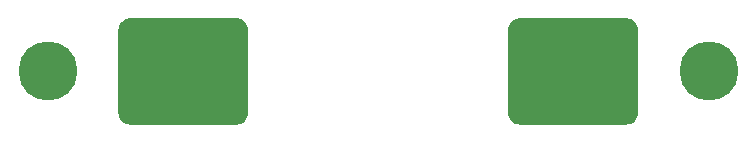
<source format=gbr>
%TF.GenerationSoftware,KiCad,Pcbnew,7.0.10-7.0.10~ubuntu22.04.1*%
%TF.CreationDate,2024-04-19T08:37:49-04:00*%
%TF.ProjectId,bosch_pcb,626f7363-685f-4706-9362-2e6b69636164,rev?*%
%TF.SameCoordinates,Original*%
%TF.FileFunction,Copper,L1,Top*%
%TF.FilePolarity,Positive*%
%FSLAX46Y46*%
G04 Gerber Fmt 4.6, Leading zero omitted, Abs format (unit mm)*
G04 Created by KiCad (PCBNEW 7.0.10-7.0.10~ubuntu22.04.1) date 2024-04-19 08:37:49*
%MOMM*%
%LPD*%
G01*
G04 APERTURE LIST*
%TA.AperFunction,ViaPad*%
%ADD10C,5.000000*%
%TD*%
%TA.AperFunction,ViaPad*%
%ADD11C,2.540000*%
%TD*%
G04 APERTURE END LIST*
D10*
%TO.N,*%
X160000000Y-85000000D03*
X104000000Y-85000000D03*
D11*
%TO.N,BAT1*%
X111900000Y-87540000D03*
X111900000Y-82460000D03*
%TO.N,BAT2*%
X152100000Y-87540000D03*
X152100000Y-82460000D03*
%TD*%
%TA.AperFunction,Conductor*%
%TO.N,BAT2*%
G36*
X153006061Y-80500597D02*
G01*
X153182941Y-80518018D01*
X153206769Y-80522757D01*
X153371001Y-80572576D01*
X153393453Y-80581877D01*
X153544798Y-80662772D01*
X153565010Y-80676277D01*
X153697666Y-80785145D01*
X153714854Y-80802333D01*
X153823722Y-80934989D01*
X153837227Y-80955201D01*
X153918121Y-81106543D01*
X153927424Y-81129001D01*
X153977240Y-81293224D01*
X153981982Y-81317065D01*
X153999403Y-81493938D01*
X154000000Y-81506092D01*
X154000000Y-88493907D01*
X153999403Y-88506061D01*
X153981982Y-88682934D01*
X153977240Y-88706775D01*
X153927424Y-88870998D01*
X153918121Y-88893456D01*
X153837227Y-89044798D01*
X153823722Y-89065010D01*
X153714854Y-89197666D01*
X153697666Y-89214854D01*
X153565010Y-89323722D01*
X153544798Y-89337227D01*
X153393456Y-89418121D01*
X153370998Y-89427424D01*
X153206775Y-89477240D01*
X153182934Y-89481982D01*
X153006061Y-89499403D01*
X152993907Y-89500000D01*
X144006093Y-89500000D01*
X143993939Y-89499403D01*
X143817065Y-89481982D01*
X143793224Y-89477240D01*
X143629001Y-89427424D01*
X143606543Y-89418121D01*
X143455201Y-89337227D01*
X143434989Y-89323722D01*
X143302333Y-89214854D01*
X143285145Y-89197666D01*
X143176277Y-89065010D01*
X143162772Y-89044798D01*
X143081878Y-88893456D01*
X143072575Y-88870998D01*
X143022757Y-88706769D01*
X143018018Y-88682941D01*
X143000597Y-88506061D01*
X143000000Y-88493907D01*
X143000000Y-81506092D01*
X143000597Y-81493938D01*
X143018018Y-81317056D01*
X143022757Y-81293232D01*
X143072577Y-81128994D01*
X143081875Y-81106549D01*
X143162775Y-80955195D01*
X143176272Y-80934995D01*
X143285149Y-80802328D01*
X143302328Y-80785149D01*
X143434995Y-80676272D01*
X143455195Y-80662775D01*
X143606549Y-80581875D01*
X143628994Y-80572577D01*
X143793232Y-80522757D01*
X143817056Y-80518018D01*
X143993939Y-80500597D01*
X144006093Y-80500000D01*
X152993907Y-80500000D01*
X153006061Y-80500597D01*
G37*
%TD.AperFunction*%
%TD*%
%TA.AperFunction,Conductor*%
%TO.N,BAT1*%
G36*
X120006061Y-80500597D02*
G01*
X120182941Y-80518018D01*
X120206769Y-80522757D01*
X120371001Y-80572576D01*
X120393453Y-80581877D01*
X120544798Y-80662772D01*
X120565010Y-80676277D01*
X120697666Y-80785145D01*
X120714854Y-80802333D01*
X120823722Y-80934989D01*
X120837227Y-80955201D01*
X120918121Y-81106543D01*
X120927424Y-81129001D01*
X120977240Y-81293224D01*
X120981982Y-81317065D01*
X120999403Y-81493938D01*
X121000000Y-81506092D01*
X121000000Y-88493907D01*
X120999403Y-88506061D01*
X120981982Y-88682934D01*
X120977240Y-88706775D01*
X120927424Y-88870998D01*
X120918121Y-88893456D01*
X120837227Y-89044798D01*
X120823722Y-89065010D01*
X120714854Y-89197666D01*
X120697666Y-89214854D01*
X120565010Y-89323722D01*
X120544798Y-89337227D01*
X120393456Y-89418121D01*
X120370998Y-89427424D01*
X120206775Y-89477240D01*
X120182934Y-89481982D01*
X120006061Y-89499403D01*
X119993907Y-89500000D01*
X111006093Y-89500000D01*
X110993939Y-89499403D01*
X110817065Y-89481982D01*
X110793224Y-89477240D01*
X110629001Y-89427424D01*
X110606543Y-89418121D01*
X110455201Y-89337227D01*
X110434989Y-89323722D01*
X110302333Y-89214854D01*
X110285145Y-89197666D01*
X110176277Y-89065010D01*
X110162772Y-89044798D01*
X110081878Y-88893456D01*
X110072575Y-88870998D01*
X110022757Y-88706769D01*
X110018018Y-88682941D01*
X110000597Y-88506061D01*
X110000000Y-88493907D01*
X110000000Y-81506092D01*
X110000597Y-81493938D01*
X110018018Y-81317056D01*
X110022757Y-81293232D01*
X110072577Y-81128994D01*
X110081875Y-81106549D01*
X110162775Y-80955195D01*
X110176272Y-80934995D01*
X110285149Y-80802328D01*
X110302328Y-80785149D01*
X110434995Y-80676272D01*
X110455195Y-80662775D01*
X110606549Y-80581875D01*
X110628994Y-80572577D01*
X110793232Y-80522757D01*
X110817056Y-80518018D01*
X110993939Y-80500597D01*
X111006093Y-80500000D01*
X119993907Y-80500000D01*
X120006061Y-80500597D01*
G37*
%TD.AperFunction*%
%TD*%
M02*

</source>
